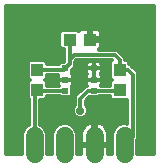
<source format=gtl>
G75*
%MOIN*%
%OFA0B0*%
%FSLAX25Y25*%
%IPPOS*%
%LPD*%
%AMOC8*
5,1,8,0,0,1.08239X$1,22.5*
%
%ADD10R,0.04331X0.03937*%
%ADD11C,0.06000*%
%ADD12R,0.03937X0.04331*%
%ADD13R,0.01969X0.01969*%
%ADD14C,0.01200*%
%ADD15C,0.02778*%
D10*
X0025025Y0044257D03*
X0031718Y0044257D03*
D11*
X0033372Y0012100D02*
X0033372Y0006100D01*
X0043372Y0006100D02*
X0043372Y0012100D01*
X0023372Y0012100D02*
X0023372Y0006100D01*
X0013372Y0006100D02*
X0013372Y0012100D01*
D12*
X0014198Y0027525D03*
X0014198Y0034218D03*
X0041757Y0034218D03*
X0041757Y0027525D03*
D13*
X0033096Y0027131D03*
X0033096Y0030872D03*
X0033096Y0034612D03*
X0023647Y0034612D03*
X0023647Y0030872D03*
X0023647Y0027131D03*
D14*
X0003700Y0006200D02*
X0003700Y0055543D01*
X0053043Y0055543D01*
X0053043Y0006200D01*
X0047572Y0006200D01*
X0047572Y0010754D01*
X0047900Y0011083D01*
X0047900Y0033346D01*
X0046846Y0034400D01*
X0045227Y0036018D01*
X0044926Y0036018D01*
X0044926Y0036881D01*
X0044223Y0037583D01*
X0043557Y0037583D01*
X0043557Y0038188D01*
X0041900Y0039846D01*
X0040846Y0040900D01*
X0034678Y0040900D01*
X0034866Y0041009D01*
X0035164Y0041307D01*
X0035374Y0041671D01*
X0035483Y0042078D01*
X0035483Y0043873D01*
X0032102Y0043873D01*
X0032102Y0044642D01*
X0031334Y0044642D01*
X0031334Y0047826D01*
X0029342Y0047826D01*
X0028935Y0047717D01*
X0028570Y0047506D01*
X0028272Y0047208D01*
X0028138Y0046976D01*
X0027688Y0047426D01*
X0022363Y0047426D01*
X0021660Y0046723D01*
X0021660Y0041792D01*
X0022363Y0041089D01*
X0023225Y0041089D01*
X0023225Y0036796D01*
X0022166Y0036796D01*
X0021463Y0036093D01*
X0021463Y0036018D01*
X0017367Y0036018D01*
X0017367Y0036881D01*
X0016664Y0037583D01*
X0011733Y0037583D01*
X0011030Y0036881D01*
X0011030Y0031556D01*
X0011714Y0030872D01*
X0011030Y0030188D01*
X0011030Y0024863D01*
X0011572Y0024321D01*
X0011572Y0015900D01*
X0010993Y0015661D01*
X0009811Y0014479D01*
X0009172Y0012935D01*
X0009172Y0006200D01*
X0003700Y0006200D01*
X0003700Y0006497D02*
X0009172Y0006497D01*
X0009172Y0007696D02*
X0003700Y0007696D01*
X0003700Y0008894D02*
X0009172Y0008894D01*
X0009172Y0010093D02*
X0003700Y0010093D01*
X0003700Y0011291D02*
X0009172Y0011291D01*
X0009172Y0012490D02*
X0003700Y0012490D01*
X0003700Y0013688D02*
X0009483Y0013688D01*
X0010219Y0014887D02*
X0003700Y0014887D01*
X0003700Y0016085D02*
X0011572Y0016085D01*
X0011572Y0017284D02*
X0003700Y0017284D01*
X0003700Y0018482D02*
X0011572Y0018482D01*
X0011572Y0019681D02*
X0003700Y0019681D01*
X0003700Y0020879D02*
X0011572Y0020879D01*
X0011572Y0022078D02*
X0003700Y0022078D01*
X0003700Y0023276D02*
X0011572Y0023276D01*
X0011418Y0024475D02*
X0003700Y0024475D01*
X0003700Y0025673D02*
X0011030Y0025673D01*
X0011030Y0026872D02*
X0003700Y0026872D01*
X0003700Y0028070D02*
X0011030Y0028070D01*
X0011030Y0029269D02*
X0003700Y0029269D01*
X0003700Y0030467D02*
X0011310Y0030467D01*
X0011030Y0031666D02*
X0003700Y0031666D01*
X0003700Y0032864D02*
X0011030Y0032864D01*
X0011030Y0034063D02*
X0003700Y0034063D01*
X0003700Y0035261D02*
X0011030Y0035261D01*
X0011030Y0036460D02*
X0003700Y0036460D01*
X0003700Y0037658D02*
X0023225Y0037658D01*
X0023225Y0038857D02*
X0003700Y0038857D01*
X0003700Y0040055D02*
X0023225Y0040055D01*
X0022198Y0041254D02*
X0003700Y0041254D01*
X0003700Y0042452D02*
X0021660Y0042452D01*
X0021660Y0043651D02*
X0003700Y0043651D01*
X0003700Y0044849D02*
X0021660Y0044849D01*
X0021660Y0046048D02*
X0003700Y0046048D01*
X0003700Y0047246D02*
X0022183Y0047246D01*
X0025025Y0044257D02*
X0025025Y0037600D01*
X0026525Y0039100D01*
X0040100Y0039100D01*
X0041757Y0037443D01*
X0041757Y0034218D01*
X0044482Y0034218D01*
X0046100Y0032600D01*
X0046100Y0011828D01*
X0043372Y0009100D01*
X0047572Y0008894D02*
X0053043Y0008894D01*
X0053043Y0007696D02*
X0047572Y0007696D01*
X0047572Y0006497D02*
X0053043Y0006497D01*
X0053043Y0010093D02*
X0047572Y0010093D01*
X0047900Y0011291D02*
X0053043Y0011291D01*
X0053043Y0012490D02*
X0047900Y0012490D01*
X0047900Y0013688D02*
X0053043Y0013688D01*
X0053043Y0014887D02*
X0047900Y0014887D01*
X0047900Y0016085D02*
X0053043Y0016085D01*
X0053043Y0017284D02*
X0047900Y0017284D01*
X0047900Y0018482D02*
X0053043Y0018482D01*
X0053043Y0019681D02*
X0047900Y0019681D01*
X0047900Y0020879D02*
X0053043Y0020879D01*
X0053043Y0022078D02*
X0047900Y0022078D01*
X0047900Y0023276D02*
X0053043Y0023276D01*
X0053043Y0024475D02*
X0047900Y0024475D01*
X0047900Y0025673D02*
X0053043Y0025673D01*
X0053043Y0026872D02*
X0047900Y0026872D01*
X0047900Y0028070D02*
X0053043Y0028070D01*
X0053043Y0029269D02*
X0047900Y0029269D01*
X0047900Y0030467D02*
X0053043Y0030467D01*
X0053043Y0031666D02*
X0047900Y0031666D01*
X0047900Y0032864D02*
X0053043Y0032864D01*
X0053043Y0034063D02*
X0047183Y0034063D01*
X0045984Y0035261D02*
X0053043Y0035261D01*
X0053043Y0036460D02*
X0044926Y0036460D01*
X0043557Y0037658D02*
X0053043Y0037658D01*
X0053043Y0038857D02*
X0042889Y0038857D01*
X0041690Y0040055D02*
X0053043Y0040055D01*
X0053043Y0041254D02*
X0035111Y0041254D01*
X0035483Y0042452D02*
X0053043Y0042452D01*
X0053043Y0043651D02*
X0035483Y0043651D01*
X0035483Y0044642D02*
X0035483Y0046437D01*
X0035374Y0046844D01*
X0035164Y0047208D01*
X0034866Y0047506D01*
X0034501Y0047717D01*
X0034094Y0047826D01*
X0032102Y0047826D01*
X0032102Y0044642D01*
X0035483Y0044642D01*
X0035483Y0044849D02*
X0053043Y0044849D01*
X0053043Y0046048D02*
X0035483Y0046048D01*
X0035126Y0047246D02*
X0053043Y0047246D01*
X0053043Y0048445D02*
X0003700Y0048445D01*
X0003700Y0049643D02*
X0053043Y0049643D01*
X0053043Y0050842D02*
X0003700Y0050842D01*
X0003700Y0052040D02*
X0053043Y0052040D01*
X0053043Y0053239D02*
X0003700Y0053239D01*
X0003700Y0054437D02*
X0053043Y0054437D01*
X0039008Y0037300D02*
X0038589Y0036881D01*
X0038589Y0031556D01*
X0039273Y0030872D01*
X0038589Y0030188D01*
X0038589Y0028931D01*
X0035376Y0028931D01*
X0035571Y0029270D01*
X0035680Y0029677D01*
X0035680Y0030872D01*
X0035680Y0032067D01*
X0035571Y0032473D01*
X0035416Y0032742D01*
X0035571Y0033010D01*
X0035680Y0033417D01*
X0035680Y0034612D01*
X0035680Y0035807D01*
X0035571Y0036214D01*
X0035361Y0036578D01*
X0035063Y0036876D01*
X0034698Y0037087D01*
X0034291Y0037196D01*
X0033096Y0037196D01*
X0031901Y0037196D01*
X0031494Y0037087D01*
X0031129Y0036876D01*
X0030831Y0036578D01*
X0030621Y0036214D01*
X0030512Y0035807D01*
X0030512Y0034612D01*
X0033096Y0034612D01*
X0033096Y0037196D01*
X0033096Y0034612D01*
X0033096Y0034612D01*
X0033096Y0034612D01*
X0035680Y0034612D01*
X0033096Y0034612D01*
X0033096Y0034612D01*
X0030512Y0034612D01*
X0030512Y0033417D01*
X0030621Y0033010D01*
X0030776Y0032742D01*
X0030621Y0032473D01*
X0030512Y0032067D01*
X0030512Y0030872D01*
X0033096Y0030872D01*
X0033096Y0034612D01*
X0033096Y0034612D01*
X0033096Y0032028D01*
X0033096Y0030872D01*
X0033096Y0030872D01*
X0033096Y0030872D01*
X0035680Y0030872D01*
X0033096Y0030872D01*
X0033096Y0030872D01*
X0030512Y0030872D01*
X0030512Y0029677D01*
X0030621Y0029270D01*
X0030816Y0028931D01*
X0030386Y0028931D01*
X0027854Y0026400D01*
X0026800Y0025346D01*
X0026800Y0022461D01*
X0026405Y0022067D01*
X0026011Y0021115D01*
X0026011Y0020085D01*
X0026405Y0019133D01*
X0027133Y0018405D01*
X0028085Y0018011D01*
X0029115Y0018011D01*
X0030067Y0018405D01*
X0030795Y0019133D01*
X0031189Y0020085D01*
X0031189Y0021115D01*
X0030795Y0022067D01*
X0030400Y0022461D01*
X0030400Y0023854D01*
X0031554Y0025008D01*
X0031615Y0024947D01*
X0034577Y0024947D01*
X0034962Y0025331D01*
X0038589Y0025331D01*
X0038589Y0024863D01*
X0039292Y0024160D01*
X0044223Y0024160D01*
X0044300Y0024237D01*
X0044300Y0016261D01*
X0044207Y0016300D01*
X0042536Y0016300D01*
X0040993Y0015661D01*
X0039811Y0014479D01*
X0039172Y0012935D01*
X0039172Y0006200D01*
X0037972Y0006200D01*
X0037972Y0008700D01*
X0033772Y0008700D01*
X0033772Y0009500D01*
X0037972Y0009500D01*
X0037972Y0012462D01*
X0037858Y0013177D01*
X0037635Y0013866D01*
X0037306Y0014511D01*
X0036880Y0015097D01*
X0036368Y0015609D01*
X0035783Y0016034D01*
X0035137Y0016363D01*
X0034449Y0016587D01*
X0033772Y0016694D01*
X0033772Y0009500D01*
X0032972Y0009500D01*
X0032972Y0016694D01*
X0032294Y0016587D01*
X0031606Y0016363D01*
X0030961Y0016034D01*
X0030375Y0015609D01*
X0029863Y0015097D01*
X0029437Y0014511D01*
X0029109Y0013866D01*
X0028885Y0013177D01*
X0028772Y0012462D01*
X0028772Y0009500D01*
X0032972Y0009500D01*
X0032972Y0008700D01*
X0028772Y0008700D01*
X0028772Y0006200D01*
X0027572Y0006200D01*
X0027572Y0012935D01*
X0026932Y0014479D01*
X0025751Y0015661D01*
X0024207Y0016300D01*
X0022536Y0016300D01*
X0020993Y0015661D01*
X0019811Y0014479D01*
X0019172Y0012935D01*
X0019172Y0006200D01*
X0017572Y0006200D01*
X0017572Y0012935D01*
X0016932Y0014479D01*
X0015751Y0015661D01*
X0015172Y0015900D01*
X0015172Y0024160D01*
X0016664Y0024160D01*
X0017367Y0024863D01*
X0017367Y0025331D01*
X0021782Y0025331D01*
X0022166Y0024947D01*
X0025129Y0024947D01*
X0025831Y0025650D01*
X0025831Y0028613D01*
X0025726Y0028719D01*
X0025912Y0028905D01*
X0026122Y0029270D01*
X0026231Y0029677D01*
X0026231Y0030872D01*
X0026231Y0032067D01*
X0026122Y0032473D01*
X0025912Y0032838D01*
X0025726Y0033025D01*
X0025831Y0033130D01*
X0025831Y0034250D01*
X0026825Y0035244D01*
X0026825Y0036854D01*
X0027271Y0037300D01*
X0039008Y0037300D01*
X0038589Y0036460D02*
X0035429Y0036460D01*
X0035680Y0035261D02*
X0038589Y0035261D01*
X0038589Y0034063D02*
X0035680Y0034063D01*
X0035487Y0032864D02*
X0038589Y0032864D01*
X0038589Y0031666D02*
X0035680Y0031666D01*
X0035680Y0030467D02*
X0038869Y0030467D01*
X0038589Y0029269D02*
X0035571Y0029269D01*
X0033096Y0027131D02*
X0031131Y0027131D01*
X0028600Y0024600D01*
X0028600Y0020600D01*
X0030144Y0018482D02*
X0044300Y0018482D01*
X0044300Y0019681D02*
X0031021Y0019681D01*
X0031189Y0020879D02*
X0044300Y0020879D01*
X0044300Y0022078D02*
X0030784Y0022078D01*
X0030400Y0023276D02*
X0044300Y0023276D01*
X0041364Y0027131D02*
X0041757Y0027525D01*
X0041364Y0027131D02*
X0033096Y0027131D01*
X0030621Y0029269D02*
X0026122Y0029269D01*
X0026231Y0030467D02*
X0030512Y0030467D01*
X0030512Y0031666D02*
X0026231Y0031666D01*
X0026231Y0030872D02*
X0023647Y0030872D01*
X0023647Y0030872D01*
X0021063Y0030872D01*
X0021063Y0032067D01*
X0021157Y0032418D01*
X0017367Y0032418D01*
X0017367Y0031556D01*
X0016683Y0030872D01*
X0017367Y0030188D01*
X0017367Y0028931D01*
X0021367Y0028931D01*
X0021172Y0029270D01*
X0021063Y0029677D01*
X0021063Y0030872D01*
X0023647Y0030872D01*
X0023647Y0030872D01*
X0026231Y0030872D01*
X0025886Y0032864D02*
X0030705Y0032864D01*
X0030512Y0034063D02*
X0025831Y0034063D01*
X0026825Y0035261D02*
X0030512Y0035261D01*
X0030763Y0036460D02*
X0026825Y0036460D01*
X0025025Y0035990D02*
X0023647Y0034612D01*
X0023254Y0034218D01*
X0014198Y0034218D01*
X0017367Y0036460D02*
X0021830Y0036460D01*
X0025025Y0035990D02*
X0025025Y0037600D01*
X0021063Y0031666D02*
X0017367Y0031666D01*
X0017087Y0030467D02*
X0021063Y0030467D01*
X0021173Y0029269D02*
X0017367Y0029269D01*
X0014592Y0027131D02*
X0014198Y0027525D01*
X0013372Y0026698D01*
X0013372Y0009100D01*
X0017572Y0008894D02*
X0019172Y0008894D01*
X0019172Y0007696D02*
X0017572Y0007696D01*
X0017572Y0006497D02*
X0019172Y0006497D01*
X0019172Y0010093D02*
X0017572Y0010093D01*
X0017572Y0011291D02*
X0019172Y0011291D01*
X0019172Y0012490D02*
X0017572Y0012490D01*
X0017260Y0013688D02*
X0019483Y0013688D01*
X0020219Y0014887D02*
X0016525Y0014887D01*
X0015172Y0016085D02*
X0022017Y0016085D01*
X0024726Y0016085D02*
X0031061Y0016085D01*
X0029710Y0014887D02*
X0026525Y0014887D01*
X0027260Y0013688D02*
X0029051Y0013688D01*
X0028776Y0012490D02*
X0027572Y0012490D01*
X0027572Y0011291D02*
X0028772Y0011291D01*
X0028772Y0010093D02*
X0027572Y0010093D01*
X0027572Y0008894D02*
X0032972Y0008894D01*
X0033772Y0008894D02*
X0039172Y0008894D01*
X0039172Y0007696D02*
X0037972Y0007696D01*
X0037972Y0006497D02*
X0039172Y0006497D01*
X0039172Y0010093D02*
X0037972Y0010093D01*
X0037972Y0011291D02*
X0039172Y0011291D01*
X0039172Y0012490D02*
X0037967Y0012490D01*
X0037692Y0013688D02*
X0039483Y0013688D01*
X0040219Y0014887D02*
X0037033Y0014887D01*
X0035683Y0016085D02*
X0042017Y0016085D01*
X0044300Y0017284D02*
X0015172Y0017284D01*
X0015172Y0018482D02*
X0027056Y0018482D01*
X0026179Y0019681D02*
X0015172Y0019681D01*
X0015172Y0020879D02*
X0026011Y0020879D01*
X0026416Y0022078D02*
X0015172Y0022078D01*
X0015172Y0023276D02*
X0026800Y0023276D01*
X0026800Y0024475D02*
X0016979Y0024475D01*
X0014592Y0027131D02*
X0023647Y0027131D01*
X0025831Y0026872D02*
X0028326Y0026872D01*
X0029525Y0028070D02*
X0025831Y0028070D01*
X0025831Y0025673D02*
X0027128Y0025673D01*
X0031020Y0024475D02*
X0038977Y0024475D01*
X0033096Y0031666D02*
X0033096Y0031666D01*
X0033096Y0032864D02*
X0033096Y0032864D01*
X0033096Y0034063D02*
X0033096Y0034063D01*
X0033096Y0035261D02*
X0033096Y0035261D01*
X0033096Y0036460D02*
X0033096Y0036460D01*
X0032102Y0044849D02*
X0031334Y0044849D01*
X0031334Y0046048D02*
X0032102Y0046048D01*
X0032102Y0047246D02*
X0031334Y0047246D01*
X0028310Y0047246D02*
X0027867Y0047246D01*
X0032972Y0016085D02*
X0033772Y0016085D01*
X0033772Y0014887D02*
X0032972Y0014887D01*
X0032972Y0013688D02*
X0033772Y0013688D01*
X0033772Y0012490D02*
X0032972Y0012490D01*
X0032972Y0011291D02*
X0033772Y0011291D01*
X0033772Y0010093D02*
X0032972Y0010093D01*
X0028772Y0007696D02*
X0027572Y0007696D01*
X0027572Y0006497D02*
X0028772Y0006497D01*
D15*
X0028600Y0020600D03*
X0028372Y0030872D03*
M02*

</source>
